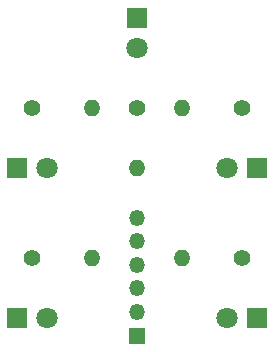
<source format=gbr>
%TF.GenerationSoftware,KiCad,Pcbnew,7.0.8*%
%TF.CreationDate,2023-11-19T13:08:37-05:00*%
%TF.ProjectId,Light Pcb,4c696768-7420-4506-9362-2e6b69636164,rev?*%
%TF.SameCoordinates,Original*%
%TF.FileFunction,Soldermask,Top*%
%TF.FilePolarity,Negative*%
%FSLAX46Y46*%
G04 Gerber Fmt 4.6, Leading zero omitted, Abs format (unit mm)*
G04 Created by KiCad (PCBNEW 7.0.8) date 2023-11-19 13:08:37*
%MOMM*%
%LPD*%
G01*
G04 APERTURE LIST*
%ADD10R,1.350000X1.350000*%
%ADD11O,1.350000X1.350000*%
%ADD12C,1.400000*%
%ADD13O,1.400000X1.400000*%
%ADD14R,1.800000X1.800000*%
%ADD15C,1.800000*%
G04 APERTURE END LIST*
D10*
%TO.C,J1*%
X101600000Y-77660000D03*
D11*
X101600000Y-75660000D03*
X101600000Y-73660000D03*
X101600000Y-71660000D03*
X101600000Y-69660000D03*
X101600000Y-67660000D03*
%TD*%
D12*
%TO.C,R5*%
X110490000Y-58420000D03*
D13*
X105410000Y-58420000D03*
%TD*%
D12*
%TO.C,R4*%
X110490000Y-71120000D03*
D13*
X105410000Y-71120000D03*
%TD*%
D12*
%TO.C,R3*%
X92710000Y-71120000D03*
D13*
X97790000Y-71120000D03*
%TD*%
%TO.C,R2*%
X97790000Y-58420000D03*
D12*
X92710000Y-58420000D03*
%TD*%
%TO.C,R1*%
X101600000Y-58420000D03*
D13*
X101600000Y-63500000D03*
%TD*%
D14*
%TO.C,D5*%
X111760000Y-63500000D03*
D15*
X109220000Y-63500000D03*
%TD*%
D14*
%TO.C,D4*%
X111760000Y-76200000D03*
D15*
X109220000Y-76200000D03*
%TD*%
D14*
%TO.C,D3*%
X91440000Y-76200000D03*
D15*
X93980000Y-76200000D03*
%TD*%
D14*
%TO.C,D2*%
X91440000Y-63500000D03*
D15*
X93980000Y-63500000D03*
%TD*%
D14*
%TO.C,D1*%
X101600000Y-50800000D03*
D15*
X101600000Y-53340000D03*
%TD*%
M02*

</source>
